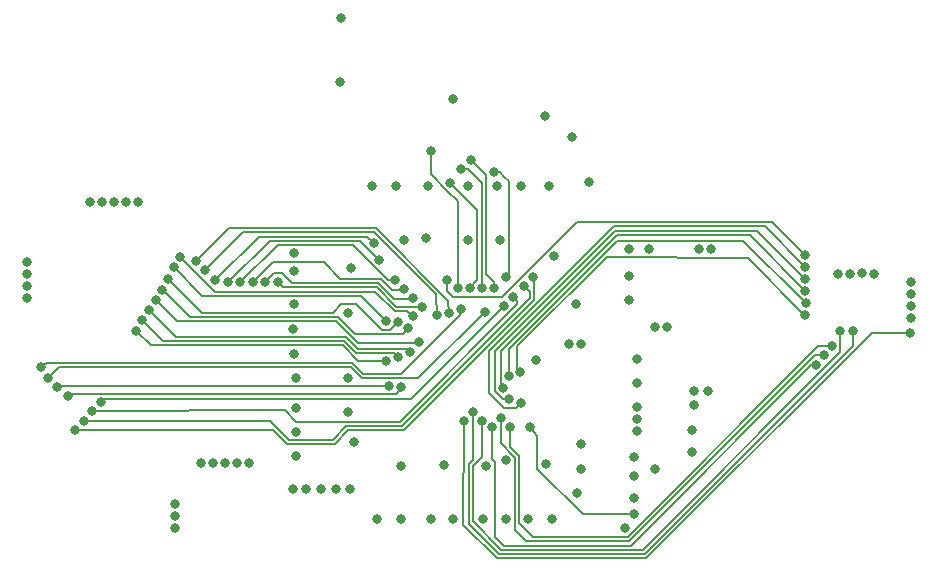
<source format=gbr>
G04 EAGLE Gerber RS-274X export*
G75*
%MOMM*%
%FSLAX34Y34*%
%LPD*%
%INBottom Copper*%
%IPPOS*%
%AMOC8*
5,1,8,0,0,1.08239X$1,22.5*%
G01*
%ADD10C,0.812800*%
%ADD11C,0.203200*%


D10*
X679850Y486410D03*
X679850Y457200D03*
X682390Y579120D03*
X679850Y541020D03*
X684930Y431800D03*
X724300Y411480D03*
X761130Y412750D03*
X796690Y411480D03*
X872890Y548640D03*
X726840Y603250D03*
X745890Y604520D03*
X781450Y603250D03*
X808120Y603250D03*
X972820Y474980D03*
X854475Y589922D03*
X976630Y595630D03*
X934720Y595630D03*
X984250Y474980D03*
X972820Y463550D03*
X986790Y595630D03*
X554990Y414020D03*
X575310Y414020D03*
X585470Y414020D03*
X595630Y414020D03*
X565150Y414020D03*
X461010Y635000D03*
X471170Y635000D03*
X481330Y635000D03*
X491490Y635000D03*
X501650Y635000D03*
X939800Y529590D03*
X949960Y529590D03*
X839216Y501904D03*
X877062Y514858D03*
X924052Y482092D03*
X924306Y461772D03*
X876808Y430022D03*
X877062Y409194D03*
X971042Y442468D03*
X971042Y423672D03*
X921512Y385064D03*
X813733Y416985D03*
X852170Y366776D03*
X883666Y652018D03*
X1125220Y574548D03*
X1115060Y574802D03*
X1104900Y574548D03*
X1094740Y574548D03*
X673100Y736600D03*
X768858Y722122D03*
X817010Y444500D03*
D11*
X817010Y428076D02*
X824656Y420430D01*
X824656Y363321D01*
X836441Y351536D01*
X916350Y351536D01*
X817010Y428076D02*
X817010Y444500D01*
X1077810Y512996D02*
X1089772Y512996D01*
D10*
X1089772Y512996D03*
D11*
X1077810Y512996D02*
X916350Y351536D01*
D10*
X809390Y452120D03*
D11*
X809136Y430921D02*
X821100Y418957D01*
X821100Y357479D02*
X830599Y347980D01*
X821100Y357479D02*
X821100Y418957D01*
X830599Y347980D02*
X917823Y347980D01*
X809136Y430921D02*
X809136Y451866D01*
X809390Y452120D01*
X1075506Y505663D02*
X1082693Y505663D01*
D10*
X1082693Y505663D03*
D11*
X1075506Y505663D02*
X917823Y347980D01*
D10*
X801770Y444500D03*
D11*
X804466Y415232D02*
X804466Y352015D01*
X812057Y344424D01*
X919296Y344424D01*
X801770Y417928D02*
X801770Y444500D01*
X801770Y417928D02*
X804466Y415232D01*
X1071745Y496873D02*
X1076055Y496873D01*
D10*
X1076055Y496873D03*
D11*
X1071745Y496873D02*
X919296Y344424D01*
D10*
X763670Y568960D03*
D11*
X763670Y560070D01*
X768750Y554990D01*
X810025Y554990D01*
X873525Y618490D01*
X1038860Y618490D02*
X1066800Y590550D01*
D10*
X1066800Y590550D03*
D11*
X1038860Y618490D02*
X873525Y618490D01*
D10*
X825900Y464820D03*
D11*
X822090Y461010D01*
X812057Y461010D01*
X799484Y473583D01*
X799484Y509482D01*
X904683Y614680D01*
X1032510Y614680D02*
X1066800Y580390D01*
D10*
X1066800Y580390D03*
D11*
X1032510Y614680D02*
X904683Y614680D01*
D10*
X815740Y468405D03*
D11*
X810961Y468405D01*
X804310Y475056D01*
X804310Y509279D01*
X905902Y610870D01*
X1026160Y610870D01*
X1066800Y570230D01*
D10*
X1066800Y570230D03*
X811070Y478057D03*
D11*
X809136Y479992D01*
X809136Y509076D01*
X907224Y607163D01*
X1019808Y607062D01*
X1066800Y560070D01*
D10*
X1066800Y560070D03*
X815740Y487680D03*
D11*
X815748Y487688D01*
X815748Y510659D01*
X907578Y602488D01*
X1014476Y602488D01*
X1067054Y549910D01*
D10*
X1067054Y549910D03*
X825500Y491490D03*
D11*
X823089Y512970D02*
X898770Y588652D01*
X1018035Y588015D01*
X825500Y491890D02*
X825500Y491490D01*
X825500Y491890D02*
X823089Y494301D01*
X823089Y512970D01*
X1018035Y588015D02*
X1066046Y540004D01*
X1066800Y539750D01*
D10*
X1066800Y539750D03*
X792880Y449580D03*
D11*
X792844Y419358D01*
X785514Y412028D01*
X785514Y364998D02*
X809644Y340868D01*
X929390Y340868D01*
X785514Y364998D02*
X785514Y412028D01*
D10*
X1096518Y526204D03*
D11*
X1096518Y507996D01*
X929390Y340868D01*
D10*
X785260Y457200D03*
D11*
X785144Y416687D01*
X781958Y413501D01*
X781958Y362890D02*
X807536Y337312D01*
X781958Y362890D02*
X781958Y413501D01*
X807536Y337312D02*
X930863Y337312D01*
D10*
X1107186Y526204D03*
D11*
X1107186Y513635D01*
X930863Y337312D01*
D10*
X777640Y449580D03*
D11*
X777282Y362029D01*
X805555Y333756D02*
X932336Y333756D01*
X805555Y333756D02*
X777282Y362029D01*
D10*
X1155192Y524510D03*
D11*
X1123090Y524510D01*
X932336Y333756D01*
D10*
X833520Y444500D03*
D11*
X839925Y437333D01*
X839925Y409561D01*
X878646Y370840D02*
X922020Y370840D01*
D10*
X922020Y370840D03*
D11*
X878646Y370840D02*
X839925Y409561D01*
D10*
X634130Y576580D03*
X633495Y527685D03*
X635400Y486410D03*
X635400Y440690D03*
X635400Y420370D03*
X703980Y367030D03*
X749700Y367030D03*
X794150Y367030D03*
X917340Y572770D03*
X700170Y648970D03*
X747160Y648970D03*
X805580Y648970D03*
X850030Y648970D03*
X533400Y379730D03*
X533400Y369570D03*
X533400Y359410D03*
X914400Y359410D03*
X924560Y451612D03*
X939800Y408940D03*
X921512Y403098D03*
X832250Y366778D03*
X869569Y690499D03*
X1155954Y567690D03*
X1156208Y557530D03*
X1156208Y547370D03*
X1155954Y537210D03*
X408070Y584708D03*
X408178Y564388D03*
X408178Y554228D03*
X408040Y574548D03*
X673608Y791210D03*
X846836Y707898D03*
X782720Y562610D03*
X766210Y651510D03*
D11*
X789324Y569214D02*
X782720Y562610D01*
X789324Y628396D02*
X766210Y651510D01*
X789324Y628396D02*
X789324Y569214D01*
D10*
X792880Y562610D03*
X775100Y662940D03*
D11*
X792880Y651510D02*
X792880Y562610D01*
X781450Y662940D02*
X775100Y662940D01*
X781450Y662940D02*
X792880Y651510D01*
D10*
X803040Y562610D03*
X783990Y670560D03*
D11*
X803040Y567690D02*
X803040Y562610D01*
X796436Y658114D02*
X783990Y670560D01*
X796436Y658114D02*
X796436Y574294D01*
X803040Y567690D01*
D10*
X772560Y562610D03*
X749700Y678180D03*
D11*
X763475Y644906D02*
X763670Y644906D01*
X749700Y658681D02*
X749700Y678180D01*
X749700Y658681D02*
X763475Y644906D01*
X763670Y644906D02*
X772560Y636016D01*
X772560Y562610D01*
D10*
X813200Y571500D03*
D11*
X816248Y574957D02*
X816248Y652780D01*
X816248Y574957D02*
X813200Y571500D01*
X816248Y652780D02*
X811930Y656590D01*
D10*
X803040Y660400D03*
D11*
X808120Y660400D01*
X811930Y656590D01*
D10*
X634130Y591820D03*
X634130Y548640D03*
X634130Y506730D03*
X635400Y461010D03*
X724300Y367030D03*
X768750Y367030D03*
X813200Y367030D03*
X917340Y552450D03*
X917340Y595630D03*
X720490Y648970D03*
X781450Y648970D03*
X825900Y648970D03*
X632714Y392684D03*
X644144Y392684D03*
X656844Y392684D03*
X680974Y392684D03*
X669544Y392684D03*
X924052Y502412D03*
X866808Y514858D03*
X924560Y441452D03*
X921512Y419608D03*
X873760Y389128D03*
X847090Y413766D03*
X775100Y544830D03*
X419500Y495300D03*
D11*
X424857Y499364D01*
X683344Y499364D01*
X692708Y490000D01*
X774817Y539935D02*
X775100Y544830D01*
X774817Y539935D02*
X724883Y490000D01*
X692708Y490000D01*
D10*
X795420Y542290D03*
X425850Y486410D03*
D11*
X681871Y495808D02*
X691235Y486444D01*
X738972Y486444D02*
X795420Y542290D01*
X681871Y495808D02*
X435248Y495808D01*
X691235Y486444D02*
X738972Y486444D01*
X435248Y495808D02*
X425850Y486410D01*
D10*
X714140Y479425D03*
X433470Y478790D03*
D11*
X434105Y479425D02*
X714140Y479425D01*
X434105Y479425D02*
X433470Y478790D01*
D10*
X724300Y478790D03*
X442360Y471170D03*
D11*
X444011Y472821D02*
X720236Y472821D01*
X444011Y472821D02*
X442360Y471170D01*
X720236Y472821D02*
X724300Y476885D01*
X724300Y478790D01*
D10*
X836060Y571500D03*
X448710Y441960D03*
D11*
X616528Y441960D01*
X837231Y552258D02*
X837231Y569877D01*
X836060Y571500D01*
X627958Y430530D02*
X616528Y441960D01*
X627958Y430530D02*
X668369Y430530D01*
X679799Y441960D01*
X726934Y441960D01*
X837231Y552258D01*
D10*
X828440Y563880D03*
X456330Y449580D03*
D11*
X456366Y449616D02*
X613679Y449838D01*
X456366Y449616D02*
X456330Y449580D01*
X629431Y434086D02*
X666896Y434086D01*
X678326Y445516D01*
X828440Y563880D02*
X833471Y558846D01*
X833471Y553653D01*
X629431Y434086D02*
X613679Y449838D01*
X678326Y445516D02*
X725334Y445516D01*
X833471Y553653D01*
D10*
X819550Y554990D03*
X462680Y458470D03*
D11*
X462723Y458513D02*
X626193Y458787D01*
X462723Y458513D02*
X462680Y458470D01*
X626193Y458787D02*
X635908Y449072D01*
X819550Y554990D02*
X822979Y552666D01*
X822979Y548699D01*
X723353Y449072D02*
X635908Y449072D01*
X723353Y449072D02*
X822979Y548699D01*
D10*
X811930Y547370D03*
X470300Y466090D03*
D11*
X473794Y468498D01*
X733308Y468498D01*
X811930Y547370D01*
D10*
X742080Y546100D03*
X620130Y567467D03*
D11*
X624478Y563118D01*
X741572Y546608D02*
X742080Y546100D01*
X741572Y546608D02*
X720549Y546608D01*
X704039Y563118D01*
X624478Y563118D01*
D10*
X734460Y553720D03*
X609172Y567436D03*
D11*
X616792Y575056D02*
X623902Y575056D01*
X616792Y575056D02*
X609172Y567436D01*
X623902Y575056D02*
X632284Y566674D01*
X705512Y566674D01*
X719031Y553154D01*
X733894Y553154D02*
X734460Y553720D01*
X733894Y553154D02*
X719031Y553154D01*
D10*
X726840Y561340D03*
X598885Y567436D03*
D11*
X615903Y584454D01*
X659022Y584454D01*
X673246Y570230D01*
X707556Y570230D02*
X716700Y561086D01*
X726586Y561086D02*
X726840Y561340D01*
X726586Y561086D02*
X716700Y561086D01*
X707556Y570230D02*
X673246Y570230D01*
D10*
X719220Y568960D03*
X588664Y567309D03*
D11*
X620287Y598932D02*
X683883Y598932D01*
X620287Y598932D02*
X588664Y567309D01*
X713855Y568960D02*
X719220Y568960D01*
X713855Y568960D02*
X683883Y598932D01*
D10*
X578377Y567182D03*
D11*
X613683Y602488D02*
X690123Y602488D01*
X613683Y602488D02*
X578377Y567182D01*
D10*
X706266Y585888D03*
D11*
X706266Y586345D02*
X690123Y602488D01*
X706266Y586345D02*
X706266Y585888D01*
D10*
X567328Y569214D03*
D11*
X604158Y606044D02*
X696108Y606044D01*
X604158Y606044D02*
X567328Y569214D01*
D10*
X701440Y600710D03*
D11*
X696108Y606044D01*
D10*
X558946Y577342D03*
D11*
X591204Y609600D02*
X701892Y609600D01*
X591204Y609600D02*
X558946Y577342D01*
D10*
X754780Y539750D03*
D11*
X754272Y557220D02*
X701892Y609600D01*
X754272Y557220D02*
X754780Y539750D01*
D10*
X764940Y541020D03*
X551199Y585597D03*
D11*
X578758Y613156D01*
X703365Y613156D01*
X764686Y551835D01*
X764940Y541020D01*
D10*
X711600Y500380D03*
X500560Y525878D03*
D11*
X512596Y513842D01*
X688578Y500424D02*
X711600Y500380D01*
X688578Y500424D02*
X675160Y513842D01*
X512596Y513842D01*
D10*
X721760Y504190D03*
X505074Y535022D03*
D11*
X676633Y517398D02*
X686640Y507391D01*
X718335Y507391D02*
X721760Y504190D01*
X718335Y507391D02*
X686640Y507391D01*
X522698Y517398D02*
X505074Y535022D01*
X522698Y517398D02*
X676633Y517398D01*
D10*
X731920Y508000D03*
X510921Y543785D03*
D11*
X533752Y520954D01*
X678106Y520954D01*
X688113Y510947D02*
X728974Y510947D01*
X731920Y508000D01*
X688113Y510947D02*
X678106Y520954D01*
D10*
X739540Y516890D03*
X516963Y552421D03*
D11*
X535095Y534289D01*
X669800Y534289D02*
X688316Y515773D01*
X669800Y534289D02*
X535095Y534289D01*
X688316Y515773D02*
X738778Y515773D01*
X739540Y516890D01*
D10*
X730650Y528320D03*
X522540Y561065D03*
D11*
X522730Y561065D01*
X545951Y537845D01*
X671273Y537845D02*
X685469Y523649D01*
X671273Y537845D02*
X545951Y537845D01*
X685469Y523649D02*
X725979Y523649D01*
X730650Y528320D01*
D10*
X721760Y533400D03*
X527090Y570356D03*
D11*
X555918Y541528D01*
X666828Y541528D02*
X673813Y548513D01*
X686777Y548513D01*
X708085Y527205D01*
X666828Y541528D02*
X555918Y541528D01*
X715565Y527205D02*
X721760Y533400D01*
X715565Y527205D02*
X708085Y527205D01*
D10*
X711600Y534670D03*
X532090Y579831D03*
D11*
X556169Y555752D01*
X690518Y555752D02*
X711600Y534670D01*
X690518Y555752D02*
X556169Y555752D01*
D10*
X734460Y538480D03*
X537662Y588862D03*
D11*
X567216Y559308D01*
X702820Y559308D02*
X719076Y543052D01*
X729888Y543052D02*
X734460Y538480D01*
X729888Y543052D02*
X719076Y543052D01*
X702820Y559308D02*
X567216Y559308D01*
M02*

</source>
